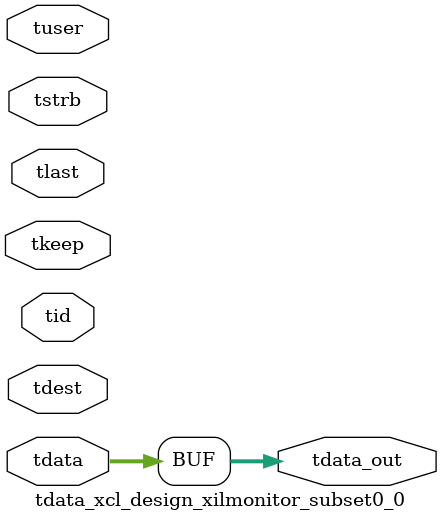
<source format=v>


`timescale 1ps/1ps

module tdata_xcl_design_xilmonitor_subset0_0 #
(
parameter C_S_AXIS_TDATA_WIDTH = 32,
parameter C_S_AXIS_TUSER_WIDTH = 0,
parameter C_S_AXIS_TID_WIDTH   = 0,
parameter C_S_AXIS_TDEST_WIDTH = 0,
parameter C_M_AXIS_TDATA_WIDTH = 32
)
(
input  [(C_S_AXIS_TDATA_WIDTH == 0 ? 1 : C_S_AXIS_TDATA_WIDTH)-1:0     ] tdata,
input  [(C_S_AXIS_TUSER_WIDTH == 0 ? 1 : C_S_AXIS_TUSER_WIDTH)-1:0     ] tuser,
input  [(C_S_AXIS_TID_WIDTH   == 0 ? 1 : C_S_AXIS_TID_WIDTH)-1:0       ] tid,
input  [(C_S_AXIS_TDEST_WIDTH == 0 ? 1 : C_S_AXIS_TDEST_WIDTH)-1:0     ] tdest,
input  [(C_S_AXIS_TDATA_WIDTH/8)-1:0 ] tkeep,
input  [(C_S_AXIS_TDATA_WIDTH/8)-1:0 ] tstrb,
input                                                                    tlast,
output [C_M_AXIS_TDATA_WIDTH-1:0] tdata_out
);

assign tdata_out = {32'b00000000000000000000000000000000,tdata[95:0]};

endmodule


</source>
